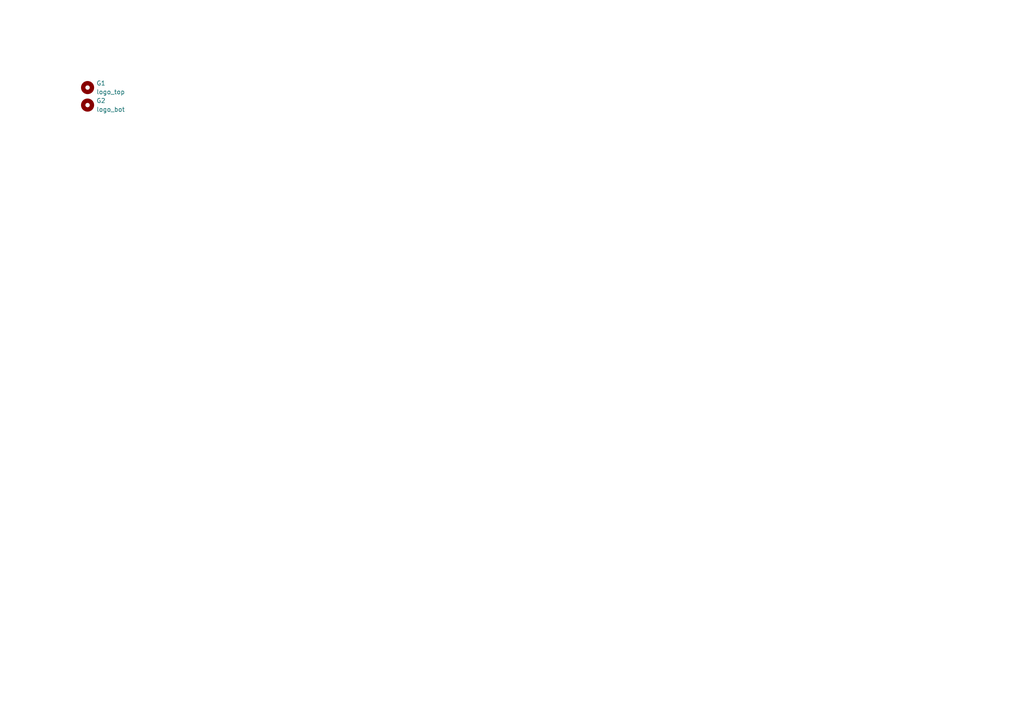
<source format=kicad_sch>
(kicad_sch (version 20211123) (generator eeschema)
  (paper "A4")
  (lib_symbols
    (symbol "Mechanical:MountingHole" (pin_names (offset 1.016))
      (property "Reference" "H" (at 0 5.08 0))
      (property "Value" "MountingHole" (at 0 3.175 0))
      (symbol "MountingHole_0_1"
        (circle (center 0 0) (radius 1.27) (stroke (width 1.27)))
      )
    )
  )
  (symbol (lib_id "Mechanical:MountingHole") (at 25.4 25.4 0) (unit 1)
    (property "Reference" "G1" (at 27.94 24.1299 0) (effects (justify left)))
    (property "Value" "logo_top" (at 27.94 26.6699 0) (effects (justify left)))
    (property "Footprint" "logo-branding:logo_copper_7p5" (effects hide))
  )
  (symbol (lib_id "Mechanical:MountingHole") (at 25.4 30.48 0) (unit 1)
    (property "Reference" "G2" (at 27.94 29.2099 0) (effects (justify left)))
    (property "Value" "logo_bot" (at 27.94 31.7499 0) (effects (justify left)))
    (property "Footprint" "logo-branding:logo_copper_7p5" (effects hide))
  )
)
</source>
